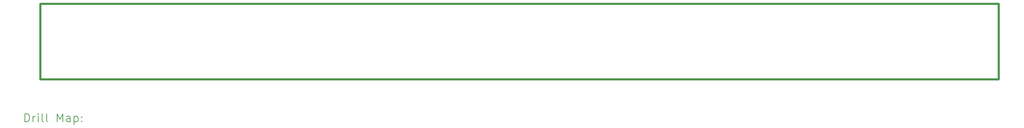
<source format=gbr>
%TF.GenerationSoftware,KiCad,Pcbnew,7.0.2-0*%
%TF.CreationDate,2023-05-18T01:11:55+02:00*%
%TF.ProjectId,LA,4c412e6b-6963-4616-945f-706362585858,rev?*%
%TF.SameCoordinates,PXfd9f08PY7735940*%
%TF.FileFunction,Drillmap*%
%TF.FilePolarity,Positive*%
%FSLAX45Y45*%
G04 Gerber Fmt 4.5, Leading zero omitted, Abs format (unit mm)*
G04 Created by KiCad (PCBNEW 7.0.2-0) date 2023-05-18 01:11:55*
%MOMM*%
%LPD*%
G01*
G04 APERTURE LIST*
%ADD10C,0.500000*%
%ADD11C,0.200000*%
G04 APERTURE END LIST*
D10*
X600000Y2515000D02*
X23730000Y2515000D01*
X23730000Y685000D01*
X600000Y685000D01*
X600000Y2515000D01*
D11*
X222619Y-337524D02*
X222619Y-137524D01*
X222619Y-137524D02*
X270238Y-137524D01*
X270238Y-137524D02*
X298810Y-147048D01*
X298810Y-147048D02*
X317857Y-166095D01*
X317857Y-166095D02*
X327381Y-185143D01*
X327381Y-185143D02*
X336905Y-223238D01*
X336905Y-223238D02*
X336905Y-251809D01*
X336905Y-251809D02*
X327381Y-289905D01*
X327381Y-289905D02*
X317857Y-308952D01*
X317857Y-308952D02*
X298810Y-328000D01*
X298810Y-328000D02*
X270238Y-337524D01*
X270238Y-337524D02*
X222619Y-337524D01*
X422619Y-337524D02*
X422619Y-204190D01*
X422619Y-242286D02*
X432143Y-223238D01*
X432143Y-223238D02*
X441667Y-213714D01*
X441667Y-213714D02*
X460714Y-204190D01*
X460714Y-204190D02*
X479762Y-204190D01*
X546429Y-337524D02*
X546429Y-204190D01*
X546429Y-137524D02*
X536905Y-147048D01*
X536905Y-147048D02*
X546429Y-156571D01*
X546429Y-156571D02*
X555952Y-147048D01*
X555952Y-147048D02*
X546429Y-137524D01*
X546429Y-137524D02*
X546429Y-156571D01*
X670238Y-337524D02*
X651190Y-328000D01*
X651190Y-328000D02*
X641667Y-308952D01*
X641667Y-308952D02*
X641667Y-137524D01*
X775000Y-337524D02*
X755952Y-328000D01*
X755952Y-328000D02*
X746428Y-308952D01*
X746428Y-308952D02*
X746428Y-137524D01*
X1003571Y-337524D02*
X1003571Y-137524D01*
X1003571Y-137524D02*
X1070238Y-280381D01*
X1070238Y-280381D02*
X1136905Y-137524D01*
X1136905Y-137524D02*
X1136905Y-337524D01*
X1317857Y-337524D02*
X1317857Y-232762D01*
X1317857Y-232762D02*
X1308333Y-213714D01*
X1308333Y-213714D02*
X1289286Y-204190D01*
X1289286Y-204190D02*
X1251190Y-204190D01*
X1251190Y-204190D02*
X1232143Y-213714D01*
X1317857Y-328000D02*
X1298810Y-337524D01*
X1298810Y-337524D02*
X1251190Y-337524D01*
X1251190Y-337524D02*
X1232143Y-328000D01*
X1232143Y-328000D02*
X1222619Y-308952D01*
X1222619Y-308952D02*
X1222619Y-289905D01*
X1222619Y-289905D02*
X1232143Y-270857D01*
X1232143Y-270857D02*
X1251190Y-261333D01*
X1251190Y-261333D02*
X1298810Y-261333D01*
X1298810Y-261333D02*
X1317857Y-251809D01*
X1413095Y-204190D02*
X1413095Y-404190D01*
X1413095Y-213714D02*
X1432143Y-204190D01*
X1432143Y-204190D02*
X1470238Y-204190D01*
X1470238Y-204190D02*
X1489286Y-213714D01*
X1489286Y-213714D02*
X1498809Y-223238D01*
X1498809Y-223238D02*
X1508333Y-242286D01*
X1508333Y-242286D02*
X1508333Y-299429D01*
X1508333Y-299429D02*
X1498809Y-318476D01*
X1498809Y-318476D02*
X1489286Y-328000D01*
X1489286Y-328000D02*
X1470238Y-337524D01*
X1470238Y-337524D02*
X1432143Y-337524D01*
X1432143Y-337524D02*
X1413095Y-328000D01*
X1594048Y-318476D02*
X1603571Y-328000D01*
X1603571Y-328000D02*
X1594048Y-337524D01*
X1594048Y-337524D02*
X1584524Y-328000D01*
X1584524Y-328000D02*
X1594048Y-318476D01*
X1594048Y-318476D02*
X1594048Y-337524D01*
X1594048Y-213714D02*
X1603571Y-223238D01*
X1603571Y-223238D02*
X1594048Y-232762D01*
X1594048Y-232762D02*
X1584524Y-223238D01*
X1584524Y-223238D02*
X1594048Y-213714D01*
X1594048Y-213714D02*
X1594048Y-232762D01*
M02*

</source>
